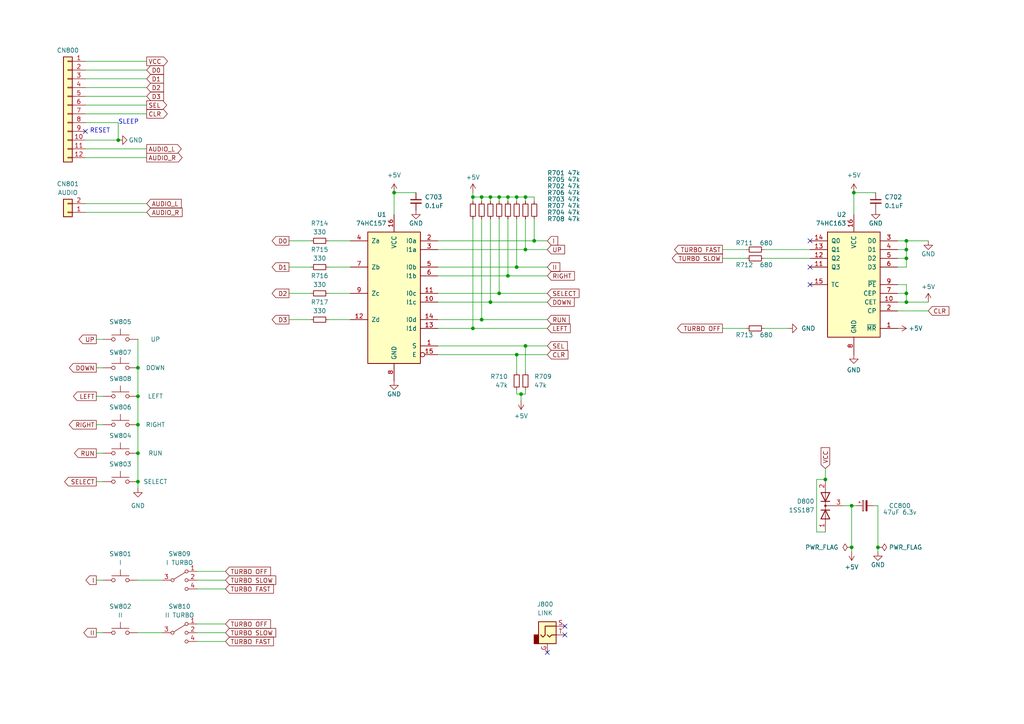
<source format=kicad_sch>
(kicad_sch (version 20230121) (generator eeschema)
  (paper "A4")
  (title_block (title "PC Engine GT Controller PCB (Remaster)") (date "2023-12-31") (rev "BF1.1") (company "The Board Folk Team"))
  (lib_symbols
    (symbol "74xx:74LS157" (pin_names (offset 1.016))
      (property "Reference" "U" (at -7.62 19.05 0))
      (property "Value" "74LS157" (at -7.62 -21.59 0))
      (symbol "74LS157_1_0"
        (pin input line (at -12.7 -15.24 0) (length 5.08) (name "S") (number "1"))
        (pin input line (at -12.7 -2.54 0) (length 5.08) (name "I1c") (number "10"))
        (pin input line (at -12.7 0 0) (length 5.08) (name "I0c") (number "11"))
        (pin output line (at 12.7 -7.62 180) (length 5.08) (name "Zd") (number "12"))
        (pin input line (at -12.7 -10.16 0) (length 5.08) (name "I1d") (number "13"))
        (pin input line (at -12.7 -7.62 0) (length 5.08) (name "I0d") (number "14"))
        (pin input inverted (at -12.7 -17.78 0) (length 5.08) (name "E") (number "15"))
        (pin power_in line (at 0 22.86 270) (length 5.08) (name "VCC") (number "16"))
        (pin input line (at -12.7 15.24 0) (length 5.08) (name "I0a") (number "2"))
        (pin input line (at -12.7 12.7 0) (length 5.08) (name "I1a") (number "3"))
        (pin output line (at 12.7 15.24 180) (length 5.08) (name "Za") (number "4"))
        (pin input line (at -12.7 7.62 0) (length 5.08) (name "I0b") (number "5"))
        (pin input line (at -12.7 5.08 0) (length 5.08) (name "I1b") (number "6"))
        (pin output line (at 12.7 7.62 180) (length 5.08) (name "Zb") (number "7"))
        (pin power_in line (at 0 -25.4 90) (length 5.08) (name "GND") (number "8"))
        (pin output line (at 12.7 0 180) (length 5.08) (name "Zc") (number "9"))
      )
      (symbol "74LS157_1_1"
        (rectangle (start -7.62 17.78) (end 7.62 -20.32) (stroke (width 0.254)) (fill (type background)))
      )
    )
    (symbol "74xx:74LS163" (pin_names (offset 1.016))
      (property "Reference" "U" (at -7.62 16.51 0))
      (property "Value" "74LS163" (at -7.62 -16.51 0))
      (symbol "74LS163_1_0"
        (pin input line (at -12.7 -12.7 0) (length 5.08) (name "~{MR}") (number "1"))
        (pin input line (at -12.7 -5.08 0) (length 5.08) (name "CET") (number "10"))
        (pin output line (at 12.7 5.08 180) (length 5.08) (name "Q3") (number "11"))
        (pin output line (at 12.7 7.62 180) (length 5.08) (name "Q2") (number "12"))
        (pin output line (at 12.7 10.16 180) (length 5.08) (name "Q1") (number "13"))
        (pin output line (at 12.7 12.7 180) (length 5.08) (name "Q0") (number "14"))
        (pin output line (at 12.7 0 180) (length 5.08) (name "TC") (number "15"))
        (pin power_in line (at 0 20.32 270) (length 5.08) (name "VCC") (number "16"))
        (pin input line (at -12.7 -7.62 0) (length 5.08) (name "CP") (number "2"))
        (pin input line (at -12.7 12.7 0) (length 5.08) (name "D0") (number "3"))
        (pin input line (at -12.7 10.16 0) (length 5.08) (name "D1") (number "4"))
        (pin input line (at -12.7 7.62 0) (length 5.08) (name "D2") (number "5"))
        (pin input line (at -12.7 5.08 0) (length 5.08) (name "D3") (number "6"))
        (pin input line (at -12.7 -2.54 0) (length 5.08) (name "CEP") (number "7"))
        (pin power_in line (at 0 -20.32 90) (length 5.08) (name "GND") (number "8"))
        (pin input line (at -12.7 0 0) (length 5.08) (name "~{PE}") (number "9"))
      )
      (symbol "74LS163_1_1"
        (rectangle (start -7.62 15.24) (end 7.62 -15.24) (stroke (width 0.254)) (fill (type background)))
      )
    )
    (symbol "Connector_Audio:AudioJack2_Ground"
      (property "Reference" "J" (at 0 8.89 0))
      (property "Value" "AudioJack2_Ground" (at 0 6.35 0))
      (symbol "AudioJack2_Ground_0_1"
        (rectangle (start -2.54 -2.54) (end -3.81 0) (stroke (width 0.254)) (fill (type outline)))
        (polyline (pts (xy 0 0) (xy 0.635 -0.635) (xy 1.27 0) (xy 2.54 0)) (stroke (width 0.254)))
        (polyline (pts (xy 2.54 2.54) (xy -0.635 2.54) (xy -0.635 0) (xy -1.27 -0.635) (xy -1.905 0)) (stroke (width 0.254)))
        (rectangle (start 2.54 3.81) (end -2.54 -2.54) (stroke (width 0.254)) (fill (type background)))
      )
      (symbol "AudioJack2_Ground_1_1"
        (pin passive line (at 0 -5.08 90) (length 2.54) (name "~") (number "G"))
        (pin passive line (at 5.08 2.54 180) (length 2.54) (name "~") (number "S"))
        (pin passive line (at 5.08 0 180) (length 2.54) (name "~") (number "T"))
      )
    )
    (symbol "Connector_Generic:Conn_01x02" (pin_names (offset 1.016) hide)
      (property "Reference" "J" (at 0 2.54 0))
      (property "Value" "Conn_01x02" (at 0 -5.08 0))
      (symbol "Conn_01x02_1_1"
        (rectangle (start -1.27 -2.413) (end 0 -2.667) (stroke (width 0.1524)))
        (rectangle (start -1.27 0.127) (end 0 -0.127) (stroke (width 0.1524)))
        (rectangle (start -1.27 1.27) (end 1.27 -3.81) (stroke (width 0.254)) (fill (type background)))
        (pin passive line (at -5.08 0 0) (length 3.81) (name "Pin_1") (number "1"))
        (pin passive line (at -5.08 -2.54 0) (length 3.81) (name "Pin_2") (number "2"))
      )
    )
    (symbol "Connector_Generic:Conn_01x12" (pin_names (offset 1.016) hide)
      (property "Reference" "J" (at 0 15.24 0))
      (property "Value" "Conn_01x12" (at 0 -17.78 0))
      (symbol "Conn_01x12_1_1"
        (rectangle (start -1.27 -15.113) (end 0 -15.367) (stroke (width 0.1524)))
        (rectangle (start -1.27 -12.573) (end 0 -12.827) (stroke (width 0.1524)))
        (rectangle (start -1.27 -10.033) (end 0 -10.287) (stroke (width 0.1524)))
        (rectangle (start -1.27 -7.493) (end 0 -7.747) (stroke (width 0.1524)))
        (rectangle (start -1.27 -4.953) (end 0 -5.207) (stroke (width 0.1524)))
        (rectangle (start -1.27 -2.413) (end 0 -2.667) (stroke (width 0.1524)))
        (rectangle (start -1.27 0.127) (end 0 -0.127) (stroke (width 0.1524)))
        (rectangle (start -1.27 2.667) (end 0 2.413) (stroke (width 0.1524)))
        (rectangle (start -1.27 5.207) (end 0 4.953) (stroke (width 0.1524)))
        (rectangle (start -1.27 7.747) (end 0 7.493) (stroke (width 0.1524)))
        (rectangle (start -1.27 10.287) (end 0 10.033) (stroke (width 0.1524)))
        (rectangle (start -1.27 12.827) (end 0 12.573) (stroke (width 0.1524)))
        (rectangle (start -1.27 13.97) (end 1.27 -16.51) (stroke (width 0.254)) (fill (type background)))
        (pin passive line (at -5.08 12.7 0) (length 3.81) (name "Pin_1") (number "1"))
        (pin passive line (at -5.08 -10.16 0) (length 3.81) (name "Pin_10") (number "10"))
        (pin passive line (at -5.08 -12.7 0) (length 3.81) (name "Pin_11") (number "11"))
        (pin passive line (at -5.08 -15.24 0) (length 3.81) (name "Pin_12") (number "12"))
        (pin passive line (at -5.08 10.16 0) (length 3.81) (name "Pin_2") (number "2"))
        (pin passive line (at -5.08 7.62 0) (length 3.81) (name "Pin_3") (number "3"))
        (pin passive line (at -5.08 5.08 0) (length 3.81) (name "Pin_4") (number "4"))
        (pin passive line (at -5.08 2.54 0) (length 3.81) (name "Pin_5") (number "5"))
        (pin passive line (at -5.08 0 0) (length 3.81) (name "Pin_6") (number "6"))
        (pin passive line (at -5.08 -2.54 0) (length 3.81) (name "Pin_7") (number "7"))
        (pin passive line (at -5.08 -5.08 0) (length 3.81) (name "Pin_8") (number "8"))
        (pin passive line (at -5.08 -7.62 0) (length 3.81) (name "Pin_9") (number "9"))
      )
    )
    (symbol "Device:C_Polarized_Small" (pin_numbers hide) (pin_names (offset 0.254) hide)
      (property "Reference" "C" (at 0.254 1.778 0))
      (property "Value" "C_Polarized_Small" (at 0.254 -2.032 0))
      (symbol "C_Polarized_Small_0_1"
        (rectangle (start -1.524 -0.3048) (end 1.524 -0.6858) (fill (type outline)))
        (rectangle (start -1.524 0.6858) (end 1.524 0.3048))
        (polyline (pts (xy -1.27 1.524) (xy -0.762 1.524)))
        (polyline (pts (xy -1.016 1.27) (xy -1.016 1.778)))
      )
      (symbol "C_Polarized_Small_1_1"
        (pin passive line (at 0 2.54 270) (length 1.8542) (name "~") (number "1"))
        (pin passive line (at 0 -2.54 90) (length 1.8542) (name "~") (number "2"))
      )
    )
    (symbol "Device:C_Small" (pin_numbers hide) (pin_names (offset 0.254) hide)
      (property "Reference" "C" (at 0.254 1.778 0))
      (property "Value" "C_Small" (at 0.254 -2.032 0))
      (symbol "C_Small_0_1"
        (polyline (pts (xy -1.524 -0.508) (xy 1.524 -0.508)) (stroke (width 0.3302)))
        (polyline (pts (xy -1.524 0.508) (xy 1.524 0.508)) (stroke (width 0.3048)))
      )
      (symbol "C_Small_1_1"
        (pin passive line (at 0 2.54 270) (length 2.032) (name "~") (number "1"))
        (pin passive line (at 0 -2.54 90) (length 2.032) (name "~") (number "2"))
      )
    )
    (symbol "Device:R_Small" (pin_numbers hide) (pin_names (offset 0.254) hide)
      (property "Reference" "R" (at 0.762 0.508 0))
      (property "Value" "R_Small" (at 0.762 -1.016 0))
      (symbol "R_Small_0_1"
        (rectangle (start -0.762 1.778) (end 0.762 -1.778) (stroke (width 0.2032)))
      )
      (symbol "R_Small_1_1"
        (pin passive line (at 0 2.54 270) (length 0.762) (name "~") (number "1"))
        (pin passive line (at 0 -2.54 90) (length 0.762) (name "~") (number "2"))
      )
    )
    (symbol "Diode:BAV70" (pin_names hide)
      (property "Reference" "D" (at 0.635 -2.54 0))
      (property "Value" "BAV70" (at 0 2.54 0))
      (symbol "BAV70_0_1"
        (polyline (pts (xy -3.81 0) (xy 3.81 0)))
        (polyline (pts (xy 0 0) (xy 0 -2.54)))
        (polyline (pts (xy -1.27 -1.27) (xy -1.27 1.27) (xy -1.27 1.27)) (stroke (width 0.254)))
        (polyline (pts (xy 1.27 -1.27) (xy 1.27 1.27) (xy 1.27 1.27)) (stroke (width 0.254)))
        (polyline (pts (xy -3.81 1.27) (xy -1.27 0) (xy -3.81 -1.27) (xy -3.81 1.27) (xy -3.81 1.27) (xy -3.81 1.27)) (stroke (width 0.254)))
        (polyline (pts (xy 3.81 -1.27) (xy 1.27 0) (xy 3.81 1.27) (xy 3.81 -1.27) (xy 3.81 -1.27) (xy 3.81 -1.27)) (stroke (width 0.254)))
        (circle (center 0 0) (radius 0.254) (fill (type outline)))
        (pin passive line (at -7.62 0 0) (length 3.81) (name "A") (number "1"))
        (pin passive line (at 7.62 0 180) (length 3.81) (name "A") (number "2"))
        (pin passive line (at 0 -5.08 90) (length 2.54) (name "K") (number "3"))
      )
    )
    (symbol "Switch:SW_Push" (pin_numbers hide) (pin_names (offset 1.016) hide)
      (property "Reference" "SW" (at 1.27 2.54 0))
      (property "Value" "SW_Push" (at 0 -1.524 0))
      (symbol "SW_Push_0_1"
        (circle (center -2.032 0) (radius 0.508))
        (polyline (pts (xy 0 1.27) (xy 0 3.048)))
        (polyline (pts (xy 2.54 1.27) (xy -2.54 1.27)))
        (circle (center 2.032 0) (radius 0.508))
        (pin passive line (at -5.08 0 0) (length 2.54) (name "1") (number "1"))
        (pin passive line (at 5.08 0 180) (length 2.54) (name "2") (number "2"))
      )
    )
    (symbol "Switch:SW_SP3T" (pin_names (offset 0) hide)
      (property "Reference" "SW" (at 0 5.08 0))
      (property "Value" "SW_SP3T" (at 0 -5.08 0))
      (symbol "SW_SP3T_0_1"
        (circle (center -2.032 0) (radius 0.4572))
        (polyline (pts (xy -1.651 0.254) (xy 1.651 2.286)))
        (circle (center 2.032 -2.54) (radius 0.4572))
        (circle (center 2.032 0) (radius 0.4572))
        (circle (center 2.032 2.54) (radius 0.4572))
      )
      (symbol "SW_SP3T_1_1"
        (pin passive line (at 5.08 2.54 180) (length 2.54) (name "1") (number "1"))
        (pin passive line (at 5.08 0 180) (length 2.54) (name "2") (number "2"))
        (pin passive line (at -5.08 0 0) (length 2.54) (name "3") (number "3"))
        (pin passive line (at 5.08 -2.54 180) (length 2.54) (name "4") (number "4"))
      )
    )
    (symbol "power:+5V" (power) (pin_names (offset 0))
      (property "Value" "+5V" (at 0 3.556 0))
      (symbol "+5V_0_1"
        (polyline (pts (xy -0.762 1.27) (xy 0 2.54)))
        (polyline (pts (xy 0 0) (xy 0 2.54)))
        (polyline (pts (xy 0 2.54) (xy 0.762 1.27)))
      )
      (symbol "+5V_1_1"
        (pin power_in line (at 0 0 90) (length 0) hide (name "+5V") (number "1"))
      )
    )
    (symbol "power:GND" (power) (pin_names (offset 0))
      (property "Value" "GND" (at 0 -3.81 0))
      (symbol "GND_0_1"
        (polyline (pts (xy 0 0) (xy 0 -1.27) (xy 1.27 -1.27) (xy 0 -2.54) (xy -1.27 -1.27) (xy 0 -1.27)))
      )
      (symbol "GND_1_1"
        (pin power_in line (at 0 0 270) (length 0) hide (name "GND") (number "1"))
      )
    )
    (symbol "power:PWR_FLAG" (power) (pin_numbers hide) (pin_names (offset 0) hide)
      (property "Value" "PWR_FLAG" (at 0 3.81 0))
      (symbol "PWR_FLAG_0_0"
        (pin power_out line (at 0 0 90) (length 0) (name "pwr") (number "1"))
      )
      (symbol "PWR_FLAG_0_1"
        (polyline (pts (xy 0 0) (xy 0 1.27) (xy -1.016 1.905) (xy 0 2.54) (xy 1.016 1.905) (xy 0 1.27)))
      )
    )
  )
  (junction (at 142.24 57.15))
  (junction (at 262.89 85.09))
  (junction (at 152.4 72.39))
  (junction (at 34.29 40.64))
  (junction (at 254.635 158.75))
  (junction (at 262.89 72.39))
  (junction (at 40.005 139.7))
  (junction (at 149.86 102.87))
  (junction (at 149.86 57.15))
  (junction (at 147.32 57.15))
  (junction (at 262.89 69.85))
  (junction (at 154.94 69.85))
  (junction (at 152.4 100.33))
  (junction (at 40.005 106.68))
  (junction (at 139.7 92.71))
  (junction (at 139.7 57.15))
  (junction (at 239.395 139.065))
  (junction (at 40.005 123.19))
  (junction (at 137.16 95.25))
  (junction (at 247.015 158.75))
  (junction (at 40.005 114.935))
  (junction (at 149.86 77.47))
  (junction (at 114.3 55.88))
  (junction (at 144.78 85.09))
  (junction (at 40.005 131.445))
  (junction (at 137.16 57.15))
  (junction (at 151.13 114.3))
  (junction (at 247.015 146.685))
  (junction (at 144.78 57.15))
  (junction (at 147.32 80.01))
  (junction (at 262.89 87.63))
  (junction (at 142.24 87.63))
  (junction (at 152.4 57.15))
  (junction (at 247.65 55.88))
  (junction (at 262.89 74.93))
  (no_connect (at 24.765 38.1))
  (no_connect (at 163.83 181.61))
  (no_connect (at 234.95 82.55))
  (no_connect (at 163.83 184.15))
  (no_connect (at 158.75 189.23))
  (no_connect (at 234.95 69.85))
  (no_connect (at 234.95 77.47))
  (wire (pts (xy 151.13 116.205) (xy 151.13 114.3)))
  (wire (pts (xy 152.4 57.15) (xy 154.94 57.15)))
  (wire (pts (xy 247.015 146.685) (xy 247.015 158.75)))
  (wire (pts (xy 40.005 106.68) (xy 40.005 114.935)))
  (wire (pts (xy 24.765 61.595) (xy 42.545 61.595)))
  (wire (pts (xy 95.25 77.47) (xy 101.6 77.47)))
  (wire (pts (xy 27.94 106.68) (xy 29.845 106.68)))
  (wire (pts (xy 65.405 183.515) (xy 57.15 183.515)))
  (wire (pts (xy 34.29 35.56) (xy 34.29 40.64)))
  (wire (pts (xy 27.94 139.7) (xy 29.845 139.7)))
  (wire (pts (xy 95.25 69.85) (xy 101.6 69.85)))
  (wire (pts (xy 154.94 69.85) (xy 158.75 69.85)))
  (wire (pts (xy 262.89 87.63) (xy 260.35 87.63)))
  (wire (pts (xy 40.005 168.275) (xy 46.99 168.275)))
  (wire (pts (xy 239.395 139.065) (xy 236.855 139.065)))
  (wire (pts (xy 262.89 77.47) (xy 262.89 74.93)))
  (wire (pts (xy 127 92.71) (xy 139.7 92.71)))
  (wire (pts (xy 248.285 146.685) (xy 247.015 146.685)))
  (wire (pts (xy 262.89 74.93) (xy 260.35 74.93)))
  (wire (pts (xy 142.24 63.5) (xy 142.24 87.63)))
  (wire (pts (xy 40.005 98.425) (xy 40.005 106.68)))
  (wire (pts (xy 152.4 63.5) (xy 152.4 72.39)))
  (wire (pts (xy 127 72.39) (xy 152.4 72.39)))
  (wire (pts (xy 139.7 57.15) (xy 142.24 57.15)))
  (wire (pts (xy 24.765 43.18) (xy 42.545 43.18)))
  (wire (pts (xy 239.395 135.89) (xy 239.395 139.065)))
  (wire (pts (xy 65.405 186.055) (xy 57.15 186.055)))
  (wire (pts (xy 260.35 69.85) (xy 262.89 69.85)))
  (wire (pts (xy 27.94 183.515) (xy 29.845 183.515)))
  (wire (pts (xy 247.65 55.88) (xy 254 55.88)))
  (wire (pts (xy 262.89 72.39) (xy 262.89 74.93)))
  (wire (pts (xy 65.405 168.275) (xy 57.15 168.275)))
  (wire (pts (xy 24.765 20.32) (xy 42.545 20.32)))
  (wire (pts (xy 260.35 85.09) (xy 262.89 85.09)))
  (wire (pts (xy 260.35 72.39) (xy 262.89 72.39)))
  (wire (pts (xy 24.765 22.86) (xy 42.545 22.86)))
  (wire (pts (xy 260.35 90.17) (xy 269.24 90.17)))
  (wire (pts (xy 40.005 114.935) (xy 40.005 123.19)))
  (wire (pts (xy 27.94 98.425) (xy 29.845 98.425)))
  (wire (pts (xy 151.13 114.3) (xy 152.4 114.3)))
  (wire (pts (xy 127 69.85) (xy 154.94 69.85)))
  (wire (pts (xy 24.765 35.56) (xy 34.29 35.56)))
  (wire (pts (xy 65.405 180.975) (xy 57.15 180.975)))
  (wire (pts (xy 127 100.33) (xy 152.4 100.33)))
  (wire (pts (xy 147.32 57.15) (xy 149.86 57.15)))
  (wire (pts (xy 127 77.47) (xy 149.86 77.47)))
  (wire (pts (xy 27.94 168.275) (xy 29.845 168.275)))
  (wire (pts (xy 24.765 59.055) (xy 42.545 59.055)))
  (wire (pts (xy 137.16 63.5) (xy 137.16 95.25)))
  (wire (pts (xy 114.3 55.88) (xy 120.65 55.88)))
  (wire (pts (xy 247.65 55.88) (xy 247.65 62.23)))
  (wire (pts (xy 147.32 80.01) (xy 158.75 80.01)))
  (wire (pts (xy 137.16 57.15) (xy 139.7 57.15)))
  (wire (pts (xy 144.78 63.5) (xy 144.78 85.09)))
  (wire (pts (xy 262.89 85.09) (xy 262.89 87.63)))
  (wire (pts (xy 142.24 87.63) (xy 158.75 87.63)))
  (wire (pts (xy 40.005 183.515) (xy 46.99 183.515)))
  (wire (pts (xy 137.16 57.15) (xy 137.16 58.42)))
  (wire (pts (xy 149.86 57.15) (xy 149.86 58.42)))
  (wire (pts (xy 221.615 74.93) (xy 234.95 74.93)))
  (wire (pts (xy 228.6 95.25) (xy 221.615 95.25)))
  (wire (pts (xy 152.4 72.39) (xy 158.75 72.39)))
  (wire (pts (xy 149.86 113.03) (xy 149.86 114.3)))
  (wire (pts (xy 139.7 92.71) (xy 158.75 92.71)))
  (wire (pts (xy 83.82 85.09) (xy 90.17 85.09)))
  (wire (pts (xy 144.78 85.09) (xy 158.75 85.09)))
  (wire (pts (xy 254.635 158.75) (xy 254.635 160.02)))
  (wire (pts (xy 95.25 85.09) (xy 101.6 85.09)))
  (wire (pts (xy 254.635 146.685) (xy 254.635 158.75)))
  (wire (pts (xy 137.16 55.88) (xy 137.16 57.15)))
  (wire (pts (xy 236.855 154.305) (xy 239.395 154.305)))
  (wire (pts (xy 127 80.01) (xy 147.32 80.01)))
  (wire (pts (xy 83.82 92.71) (xy 90.17 92.71)))
  (wire (pts (xy 24.765 30.48) (xy 42.545 30.48)))
  (wire (pts (xy 24.765 45.72) (xy 42.545 45.72)))
  (wire (pts (xy 24.765 17.78) (xy 42.545 17.78)))
  (wire (pts (xy 65.405 165.735) (xy 57.15 165.735)))
  (wire (pts (xy 247.015 160.02) (xy 247.015 158.75)))
  (wire (pts (xy 27.94 123.19) (xy 29.845 123.19)))
  (wire (pts (xy 149.86 57.15) (xy 152.4 57.15)))
  (wire (pts (xy 221.615 72.39) (xy 234.95 72.39)))
  (wire (pts (xy 83.82 77.47) (xy 90.17 77.47)))
  (wire (pts (xy 147.32 57.15) (xy 147.32 58.42)))
  (wire (pts (xy 152.4 57.15) (xy 152.4 58.42)))
  (wire (pts (xy 127 95.25) (xy 137.16 95.25)))
  (wire (pts (xy 144.78 57.15) (xy 144.78 58.42)))
  (wire (pts (xy 262.89 82.55) (xy 262.89 85.09)))
  (wire (pts (xy 262.89 69.85) (xy 262.89 72.39)))
  (wire (pts (xy 127 85.09) (xy 144.78 85.09)))
  (wire (pts (xy 152.4 100.33) (xy 158.75 100.33)))
  (wire (pts (xy 260.35 77.47) (xy 262.89 77.47)))
  (wire (pts (xy 95.25 92.71) (xy 101.6 92.71)))
  (wire (pts (xy 139.7 63.5) (xy 139.7 92.71)))
  (wire (pts (xy 149.86 102.87) (xy 149.86 107.95)))
  (wire (pts (xy 137.16 95.25) (xy 158.75 95.25)))
  (wire (pts (xy 142.24 57.15) (xy 144.78 57.15)))
  (wire (pts (xy 142.24 57.15) (xy 142.24 58.42)))
  (wire (pts (xy 152.4 114.3) (xy 152.4 113.03)))
  (wire (pts (xy 149.86 77.47) (xy 158.75 77.47)))
  (wire (pts (xy 24.765 33.02) (xy 42.545 33.02)))
  (wire (pts (xy 144.78 57.15) (xy 147.32 57.15)))
  (wire (pts (xy 244.475 146.685) (xy 247.015 146.685)))
  (wire (pts (xy 149.86 102.87) (xy 158.75 102.87)))
  (wire (pts (xy 27.94 131.445) (xy 29.845 131.445)))
  (wire (pts (xy 24.765 40.64) (xy 34.29 40.64)))
  (wire (pts (xy 209.55 95.25) (xy 216.535 95.25)))
  (wire (pts (xy 209.55 74.93) (xy 216.535 74.93)))
  (wire (pts (xy 262.89 87.63) (xy 269.24 87.63)))
  (wire (pts (xy 154.94 58.42) (xy 154.94 57.15)))
  (wire (pts (xy 40.005 131.445) (xy 40.005 139.7)))
  (wire (pts (xy 149.86 63.5) (xy 149.86 77.47)))
  (wire (pts (xy 147.32 63.5) (xy 147.32 80.01)))
  (wire (pts (xy 139.7 57.15) (xy 139.7 58.42)))
  (wire (pts (xy 24.765 27.94) (xy 42.545 27.94)))
  (wire (pts (xy 236.855 139.065) (xy 236.855 154.305)))
  (wire (pts (xy 114.3 55.88) (xy 114.3 62.23)))
  (wire (pts (xy 149.86 114.3) (xy 151.13 114.3)))
  (wire (pts (xy 127 87.63) (xy 142.24 87.63)))
  (wire (pts (xy 152.4 100.33) (xy 152.4 107.95)))
  (wire (pts (xy 27.94 114.935) (xy 29.845 114.935)))
  (wire (pts (xy 209.55 72.39) (xy 216.535 72.39)))
  (wire (pts (xy 83.82 69.85) (xy 90.17 69.85)))
  (wire (pts (xy 127 102.87) (xy 149.86 102.87)))
  (wire (pts (xy 254.635 146.685) (xy 253.365 146.685)))
  (wire (pts (xy 40.005 123.19) (xy 40.005 131.445)))
  (wire (pts (xy 24.765 25.4) (xy 42.545 25.4)))
  (wire (pts (xy 154.94 63.5) (xy 154.94 69.85)))
  (wire (pts (xy 65.405 170.815) (xy 57.15 170.815)))
  (wire (pts (xy 260.35 82.55) (xy 262.89 82.55)))
  (wire (pts (xy 262.89 69.85) (xy 269.24 69.85)))
  (wire (pts (xy 40.005 141.605) (xy 40.005 139.7)))
  (text "RESET" (at 26.035 38.735 0) (effects (font (size 1.27 1.27)) (justify left bottom)))
  (text "SLEEP" (at 34.29 36.195 0) (effects (font (size 1.27 1.27)) (justify left bottom)))
  (global_label "CLR" (shape input) (at 158.75 102.87 0) (property "Intersheetrefs" "${INTERSHEET_REFS}" (effects hide)))
  (global_label "UP" (shape input) (at 158.75 72.39 0) (property "Intersheetrefs" "${INTERSHEET_REFS}" (effects hide)))
  (global_label "LEFT" (shape output) (at 27.94 114.935 180) (property "Intersheetrefs" "${INTERSHEET_REFS}" (effects hide)))
  (global_label "D3" (shape input) (at 42.545 27.94 0) (property "Intersheetrefs" "${INTERSHEET_REFS}" (effects hide)))
  (global_label "CLR" (shape input) (at 269.24 90.17 0) (property "Intersheetrefs" "${INTERSHEET_REFS}" (effects hide)))
  (global_label "VCC" (shape output) (at 42.545 17.78 0) (property "Intersheetrefs" "${INTERSHEET_REFS}" (effects hide)))
  (global_label "D1" (shape input) (at 42.545 22.86 0) (property "Intersheetrefs" "${INTERSHEET_REFS}" (effects hide)))
  (global_label "D0" (shape output) (at 83.82 69.85 180) (property "Intersheetrefs" "${INTERSHEET_REFS}" (effects hide)))
  (global_label "RIGHT" (shape output) (at 27.94 123.19 180) (property "Intersheetrefs" "${INTERSHEET_REFS}" (effects hide)))
  (global_label "SELECT" (shape input) (at 158.75 85.09 0) (property "Intersheetrefs" "${INTERSHEET_REFS}" (effects hide)))
  (global_label "D3" (shape output) (at 83.82 92.71 180) (property "Intersheetrefs" "${INTERSHEET_REFS}" (effects hide)))
  (global_label "TURBO SLOW" (shape input) (at 65.405 168.275 0) (property "Intersheetrefs" "${INTERSHEET_REFS}" (effects hide)))
  (global_label "AUDIO_R" (shape output) (at 42.545 45.72 0) (property "Intersheetrefs" "${INTERSHEET_REFS}" (effects hide)))
  (global_label "I" (shape input) (at 158.75 69.85 0) (property "Intersheetrefs" "${INTERSHEET_REFS}" (effects hide)))
  (global_label "SELECT" (shape output) (at 27.94 139.7 180) (property "Intersheetrefs" "${INTERSHEET_REFS}" (effects hide)))
  (global_label "RUN" (shape output) (at 27.94 131.445 180) (property "Intersheetrefs" "${INTERSHEET_REFS}" (effects hide)))
  (global_label "SEL" (shape output) (at 42.545 30.48 0) (property "Intersheetrefs" "${INTERSHEET_REFS}" (effects hide)))
  (global_label "SEL" (shape input) (at 158.75 100.33 0) (property "Intersheetrefs" "${INTERSHEET_REFS}" (effects hide)))
  (global_label "AUDIO_R" (shape input) (at 42.545 61.595 0) (property "Intersheetrefs" "${INTERSHEET_REFS}" (effects hide)))
  (global_label "RUN" (shape input) (at 158.75 92.71 0) (property "Intersheetrefs" "${INTERSHEET_REFS}" (effects hide)))
  (global_label "TURBO OFF" (shape output) (at 209.55 95.25 180) (property "Intersheetrefs" "${INTERSHEET_REFS}" (effects hide)))
  (global_label "II" (shape input) (at 158.75 77.47 0) (property "Intersheetrefs" "${INTERSHEET_REFS}" (effects hide)))
  (global_label "LEFT" (shape input) (at 158.75 95.25 0) (property "Intersheetrefs" "${INTERSHEET_REFS}" (effects hide)))
  (global_label "TURBO SLOW" (shape input) (at 65.405 183.515 0) (property "Intersheetrefs" "${INTERSHEET_REFS}" (effects hide)))
  (global_label "D0" (shape input) (at 42.545 20.32 0) (property "Intersheetrefs" "${INTERSHEET_REFS}" (effects hide)))
  (global_label "UP" (shape output) (at 27.94 98.425 180) (property "Intersheetrefs" "${INTERSHEET_REFS}" (effects hide)))
  (global_label "TURBO FAST" (shape output) (at 209.55 72.39 180) (property "Intersheetrefs" "${INTERSHEET_REFS}" (effects hide)))
  (global_label "CLR" (shape output) (at 42.545 33.02 0) (property "Intersheetrefs" "${INTERSHEET_REFS}" (effects hide)))
  (global_label "TURBO FAST" (shape input) (at 65.405 186.055 0) (property "Intersheetrefs" "${INTERSHEET_REFS}" (effects hide)))
  (global_label "TURBO OFF" (shape input) (at 65.405 165.735 0) (property "Intersheetrefs" "${INTERSHEET_REFS}" (effects hide)))
  (global_label "II" (shape output) (at 27.94 183.515 180) (property "Intersheetrefs" "${INTERSHEET_REFS}" (effects hide)))
  (global_label "AUDIO_L" (shape input) (at 42.545 59.055 0) (property "Intersheetrefs" "${INTERSHEET_REFS}" (effects hide)))
  (global_label "TURBO FAST" (shape input) (at 65.405 170.815 0) (property "Intersheetrefs" "${INTERSHEET_REFS}" (effects hide)))
  (global_label "DOWN" (shape input) (at 158.75 87.63 0) (property "Intersheetrefs" "${INTERSHEET_REFS}" (effects hide)))
  (global_label "VCC" (shape input) (at 239.395 135.89 90) (property "Intersheetrefs" "${INTERSHEET_REFS}" (effects hide)))
  (global_label "DOWN" (shape output) (at 27.94 106.68 180) (property "Intersheetrefs" "${INTERSHEET_REFS}" (effects hide)))
  (global_label "TURBO SLOW" (shape output) (at 209.55 74.93 180) (property "Intersheetrefs" "${INTERSHEET_REFS}" (effects hide)))
  (global_label "TURBO OFF" (shape input) (at 65.405 180.975 0) (property "Intersheetrefs" "${INTERSHEET_REFS}" (effects hide)))
  (global_label "D1" (shape output) (at 83.82 77.47 180) (property "Intersheetrefs" "${INTERSHEET_REFS}" (effects hide)))
  (global_label "I" (shape output) (at 27.94 168.275 180) (property "Intersheetrefs" "${INTERSHEET_REFS}" (effects hide)))
  (global_label "RIGHT" (shape input) (at 158.75 80.01 0) (property "Intersheetrefs" "${INTERSHEET_REFS}" (effects hide)))
  (global_label "D2" (shape input) (at 42.545 25.4 0) (property "Intersheetrefs" "${INTERSHEET_REFS}" (effects hide)))
  (global_label "D2" (shape output) (at 83.82 85.09 180) (property "Intersheetrefs" "${INTERSHEET_REFS}" (effects hide)))
  (global_label "AUDIO_L" (shape output) (at 42.545 43.18 0) (property "Intersheetrefs" "${INTERSHEET_REFS}" (effects hide)))
  (symbol (lib_id "Switch:SW_Push") (at 34.925 106.68 0) (unit 1)
    (property "Reference" "SW807" (at 34.925 102.235 0))
    (property "Value" "DOWN" (at 45.085 106.68 0))
    (property "Footprint" "GT Controller:Switch Type 4" (effects hide))
  )
  (symbol (lib_id "74xx:74LS163") (at 247.65 82.55 0) (mirror y) (unit 1)
    (property "Reference" "U2" (at 245.4559 62.23 0) (effects (justify left)))
    (property "Value" "74HC163" (at 245.4559 64.77 0) (effects (justify left)))
    (property "Footprint" "Package_SO:SOIC-16_3.9x9.9mm_P1.27mm" (effects hide))
    (property "Datasheet" "http://www.ti.com/lit/gpn/sn74LS163" (effects hide))
  )
  (symbol (lib_id "Switch:SW_SP3T") (at 52.07 183.515 0) (unit 1)
    (property "Reference" "SW810" (at 52.07 175.895 0))
    (property "Value" "II TURBO" (at 52.07 178.435 0))
    (property "Footprint" "GT Controller:Turbo Switch" (effects hide))
  )
  (symbol (lib_id "power:PWR_FLAG") (at 247.015 158.75 90) (unit 1)
    (property "Reference" "#FLG01" (effects hide))
    (property "Value" "PWR_FLAG" (at 243.205 158.75 90) (effects (justify left)))
  )
  (symbol (lib_id "Connector_Generic:Conn_01x12") (at 19.685 30.48 0) (mirror y) (unit 1)
    (property "Reference" "CN800" (at 19.685 14.605 0))
    (property "Value" "Conn_01x12" (effects hide))
    (property "Footprint" "GT Controller:CN800" (effects hide))
  )
  (symbol (lib_id "Device:R_Small") (at 219.075 95.25 90) (mirror x) (unit 1)
    (property "Reference" "R713" (at 215.9 97.155 90))
    (property "Value" "680" (at 222.25 97.155 90))
    (property "Footprint" "Resistor_SMD:R_0805_2012Metric" (effects hide))
  )
  (symbol (lib_id "power:GND") (at 269.24 69.85 0) (unit 1)
    (property "Reference" "#PWR012" (effects hide))
    (property "Value" "GND" (at 269.24 73.66 0))
  )
  (symbol (lib_id "Switch:SW_Push") (at 34.925 114.935 0) (unit 1)
    (property "Reference" "SW808" (at 34.925 109.855 0))
    (property "Value" "LEFT" (at 45.085 114.935 0))
    (property "Footprint" "GT Controller:Switch Type 5" (effects hide))
  )
  (symbol (lib_id "Device:R_Small") (at 92.71 85.09 90) (unit 1)
    (property "Reference" "R716" (at 92.71 80.01 90))
    (property "Value" "330" (at 92.71 82.55 90))
    (property "Footprint" "Resistor_SMD:R_0805_2012Metric" (effects hide))
  )
  (symbol (lib_id "Device:R_Small") (at 139.7 60.96 0) (mirror x) (unit 1)
    (property "Reference" "R704" (at 163.83 61.595 0) (effects (justify right)))
    (property "Value" "47k" (at 168.275 61.595 0) (effects (justify right)))
    (property "Footprint" "Resistor_SMD:R_0805_2012Metric" (effects hide))
  )
  (symbol (lib_id "Device:R_Small") (at 92.71 69.85 90) (unit 1)
    (property "Reference" "R714" (at 92.71 64.77 90))
    (property "Value" "330" (at 92.71 67.31 90))
    (property "Footprint" "Resistor_SMD:R_0805_2012Metric" (effects hide))
  )
  (symbol (lib_id "power:+5V") (at 269.24 87.63 0) (unit 1)
    (property "Reference" "#PWR016" (effects hide))
    (property "Value" "+5V" (at 269.24 83.185 0))
  )
  (symbol (lib_id "power:GND") (at 34.29 40.64 90) (unit 1)
    (property "Reference" "#PWR01" (effects hide))
    (property "Value" "GND" (at 39.37 40.64 90))
  )
  (symbol (lib_id "Switch:SW_Push") (at 34.925 131.445 0) (unit 1)
    (property "Reference" "SW804" (at 34.925 126.365 0))
    (property "Value" "RUN" (at 45.085 131.445 0))
    (property "Footprint" "GT Controller:Switch Type 1" (effects hide))
  )
  (symbol (lib_id "Device:R_Small") (at 149.86 110.49 0) (mirror x) (unit 1)
    (property "Reference" "R710" (at 147.32 109.22 0) (effects (justify right)))
    (property "Value" "47k" (at 147.32 111.76 0) (effects (justify right)))
    (property "Footprint" "Resistor_SMD:R_0805_2012Metric" (effects hide))
  )
  (symbol (lib_id "Device:C_Small") (at 120.65 58.42 0) (unit 1)
    (property "Reference" "C703" (at 123.19 57.1563 0) (effects (justify left)))
    (property "Value" "0.1uF" (at 123.19 59.6963 0) (effects (justify left)))
    (property "Footprint" "Resistor_SMD:R_0805_2012Metric" (effects hide))
  )
  (symbol (lib_id "power:+5V") (at 247.015 160.02 180) (unit 1)
    (property "Reference" "#PWR04" (effects hide))
    (property "Value" "+5V" (at 247.015 164.465 0))
  )
  (symbol (lib_id "Device:R_Small") (at 144.78 60.96 0) (mirror x) (unit 1)
    (property "Reference" "R703" (at 163.83 57.785 0) (effects (justify right)))
    (property "Value" "47k" (at 168.275 57.785 0) (effects (justify right)))
    (property "Footprint" "Resistor_SMD:R_0805_2012Metric" (effects hide))
  )
  (symbol (lib_id "Device:R_Small") (at 92.71 92.71 90) (unit 1)
    (property "Reference" "R717" (at 92.71 87.63 90))
    (property "Value" "330" (at 92.71 90.17 90))
    (property "Footprint" "Resistor_SMD:R_0805_2012Metric" (effects hide))
  )
  (symbol (lib_id "power:GND") (at 114.3 110.49 0) (unit 1)
    (property "Reference" "#PWR010" (effects hide))
    (property "Value" "GND" (at 114.3 114.3 0))
  )
  (symbol (lib_id "power:GND") (at 40.005 141.605 0) (unit 1)
    (property "Reference" "#PWR02" (effects hide))
    (property "Value" "GND" (at 40.005 146.685 0))
  )
  (symbol (lib_id "power:+5V") (at 151.13 116.205 180) (unit 1)
    (property "Reference" "#PWR08" (effects hide))
    (property "Value" "+5V" (at 151.13 120.65 0))
  )
  (symbol (lib_id "Device:R_Small") (at 92.71 77.47 90) (unit 1)
    (property "Reference" "R715" (at 92.71 72.39 90))
    (property "Value" "330" (at 92.71 74.93 90))
    (property "Footprint" "Resistor_SMD:R_0805_2012Metric" (effects hide))
  )
  (symbol (lib_id "power:PWR_FLAG") (at 254.635 158.75 270) (unit 1)
    (property "Reference" "#FLG02" (effects hide))
    (property "Value" "PWR_FLAG" (at 257.81 158.75 90) (effects (justify left)))
  )
  (symbol (lib_id "Device:C_Small") (at 254 58.42 0) (unit 1)
    (property "Reference" "C702" (at 256.54 57.1563 0) (effects (justify left)))
    (property "Value" "0.1uF" (at 256.54 59.6963 0) (effects (justify left)))
    (property "Footprint" "Resistor_SMD:R_0805_2012Metric" (effects hide))
  )
  (symbol (lib_id "power:GND") (at 254.635 160.02 0) (unit 1)
    (property "Reference" "#PWR019" (effects hide))
    (property "Value" "GND" (at 254.635 163.83 0))
  )
  (symbol (lib_id "Switch:SW_Push") (at 34.925 183.515 0) (unit 1)
    (property "Reference" "SW802" (at 34.925 175.895 0))
    (property "Value" "II" (at 34.925 178.435 0))
    (property "Footprint" "GT Controller:Switch Type 2" (effects hide))
  )
  (symbol (lib_id "74xx:74LS157") (at 114.3 85.09 0) (mirror y) (unit 1)
    (property "Reference" "U1" (at 112.1059 62.23 0) (effects (justify left)))
    (property "Value" "74HC157" (at 112.1059 64.77 0) (effects (justify left)))
    (property "Footprint" "Package_SO:SOIC-16_3.9x9.9mm_P1.27mm" (effects hide))
    (property "Datasheet" "http://www.ti.com/lit/gpn/sn74LS157" (effects hide))
  )
  (symbol (lib_id "power:+5V") (at 247.65 55.88 0) (unit 1)
    (property "Reference" "#PWR015" (effects hide))
    (property "Value" "+5V" (at 247.65 50.8 0))
  )
  (symbol (lib_id "Device:R_Small") (at 219.075 74.93 90) (mirror x) (unit 1)
    (property "Reference" "R712" (at 215.9 76.835 90))
    (property "Value" "680" (at 222.25 76.835 90))
    (property "Footprint" "Resistor_SMD:R_0805_2012Metric" (effects hide))
  )
  (symbol (lib_id "Switch:SW_Push") (at 34.925 139.7 0) (unit 1)
    (property "Reference" "SW803" (at 34.925 134.62 0))
    (property "Value" "SELECT" (at 45.085 139.7 0))
    (property "Footprint" "GT Controller:Switch Type 1" (effects hide))
  )
  (symbol (lib_id "Device:C_Polarized_Small") (at 250.825 146.685 90) (mirror x) (unit 1)
    (property "Reference" "CC800" (at 260.985 146.685 90))
    (property "Value" "47uF 6.3v" (at 260.985 148.59 90))
    (property "Footprint" "Capacitor_THT:CP_Radial_D5.0mm_P2.50mm" (effects hide))
  )
  (symbol (lib_id "Switch:SW_Push") (at 34.925 168.275 0) (unit 1)
    (property "Reference" "SW801" (at 34.925 160.655 0))
    (property "Value" "I" (at 34.925 163.195 0))
    (property "Footprint" "GT Controller:Switch Type 3" (effects hide))
  )
  (symbol (lib_id "Device:R_Small") (at 142.24 60.96 0) (mirror x) (unit 1)
    (property "Reference" "R707" (at 163.83 59.69 0) (effects (justify right)))
    (property "Value" "47k" (at 168.275 59.69 0) (effects (justify right)))
    (property "Footprint" "Resistor_SMD:R_0805_2012Metric" (effects hide))
  )
  (symbol (lib_id "Diode:BAV70") (at 239.395 146.685 90) (unit 1)
    (property "Reference" "D800" (at 236.22 145.415 90) (effects (justify left)))
    (property "Value" "1SS187" (at 236.22 147.955 90) (effects (justify left)))
    (property "Footprint" "GT Controller:Diode SOT-23" (effects hide))
    (property "Datasheet" "https://assets.nexperia.com/documents/data-sheet/BAV70_SER.pdf" (effects hide))
  )
  (symbol (lib_id "power:GND") (at 254 60.96 0) (unit 1)
    (property "Reference" "#PWR017" (effects hide))
    (property "Value" "GND" (at 254 64.77 0))
  )
  (symbol (lib_id "Switch:SW_Push") (at 34.925 98.425 0) (unit 1)
    (property "Reference" "SW805" (at 34.925 93.345 0))
    (property "Value" "UP" (at 45.085 98.425 0))
    (property "Footprint" "GT Controller:Switch Type 4" (effects hide))
  )
  (symbol (lib_id "Device:R_Small") (at 154.94 60.96 0) (mirror x) (unit 1)
    (property "Reference" "R701" (at 163.83 50.165 0) (effects (justify right)))
    (property "Value" "47k" (at 168.275 50.165 0) (effects (justify right)))
    (property "Footprint" "Resistor_SMD:R_0805_2012Metric" (effects hide))
  )
  (symbol (lib_id "power:+5V") (at 137.16 55.88 0) (unit 1)
    (property "Reference" "#PWR011" (effects hide))
    (property "Value" "+5V" (at 137.16 51.435 0))
  )
  (symbol (lib_id "Device:R_Small") (at 147.32 60.96 0) (mirror x) (unit 1)
    (property "Reference" "R706" (at 163.83 55.88 0) (effects (justify right)))
    (property "Value" "47k" (at 168.275 55.88 0) (effects (justify right)))
    (property "Footprint" "Resistor_SMD:R_0805_2012Metric" (effects hide))
  )
  (symbol (lib_id "Device:R_Small") (at 152.4 110.49 180) (unit 1)
    (property "Reference" "R709" (at 154.94 109.22 0) (effects (justify right)))
    (property "Value" "47k" (at 154.94 111.76 0) (effects (justify right)))
    (property "Footprint" "Resistor_SMD:R_0805_2012Metric" (effects hide))
  )
  (symbol (lib_id "Device:R_Small") (at 219.075 72.39 90) (unit 1)
    (property "Reference" "R711" (at 215.9 70.485 90))
    (property "Value" "680" (at 222.25 70.485 90))
    (property "Footprint" "Resistor_SMD:R_0805_2012Metric" (effects hide))
  )
  (symbol (lib_id "power:GND") (at 120.65 60.96 0) (unit 1)
    (property "Reference" "#PWR018" (effects hide))
    (property "Value" "GND" (at 120.65 64.77 0))
  )
  (symbol (lib_id "Switch:SW_Push") (at 34.925 123.19 0) (unit 1)
    (property "Reference" "SW806" (at 34.925 118.11 0))
    (property "Value" "RIGHT" (at 45.085 123.19 0))
    (property "Footprint" "GT Controller:Switch Type 5" (effects hide))
  )
  (symbol (lib_id "power:+5V") (at 260.35 95.25 270) (unit 1)
    (property "Reference" "#PWR014" (effects hide))
    (property "Value" "+5V" (at 263.525 95.25 90) (effects (justify left)))
  )
  (symbol (lib_id "Connector_Generic:Conn_01x02") (at 19.685 61.595 180) (unit 1)
    (property "Reference" "CN801" (at 19.685 53.34 0))
    (property "Value" "AUDIO" (at 19.685 55.88 0))
    (property "Footprint" "GT Controller:CN801" (effects hide))
  )
  (symbol (lib_id "Device:R_Small") (at 137.16 60.96 0) (mirror x) (unit 1)
    (property "Reference" "R708" (at 163.83 63.5 0) (effects (justify right)))
    (property "Value" "47k" (at 168.275 63.5 0) (effects (justify right)))
    (property "Footprint" "Resistor_SMD:R_0805_2012Metric" (effects hide))
  )
  (symbol (lib_id "power:GND") (at 228.6 95.25 90) (unit 1)
    (property "Reference" "#PWR03" (effects hide))
    (property "Value" "GND" (at 232.41 95.25 90) (effects (justify right)))
  )
  (symbol (lib_id "Device:R_Small") (at 149.86 60.96 0) (mirror x) (unit 1)
    (property "Reference" "R702" (at 163.83 53.975 0) (effects (justify right)))
    (property "Value" "47k" (at 168.275 53.975 0) (effects (justify right)))
    (property "Footprint" "Resistor_SMD:R_0805_2012Metric" (effects hide))
  )
  (symbol (lib_id "Switch:SW_SP3T") (at 52.07 168.275 0) (unit 1)
    (property "Reference" "SW809" (at 52.07 160.655 0))
    (property "Value" "I TURBO" (at 52.07 163.195 0))
    (property "Footprint" "GT Controller:Turbo Switch" (effects hide))
  )
  (symbol (lib_id "Device:R_Small") (at 152.4 60.96 0) (mirror x) (unit 1)
    (property "Reference" "R705" (at 163.83 52.07 0) (effects (justify right)))
    (property "Value" "47k" (at 168.275 52.07 0) (effects (justify right)))
    (property "Footprint" "Resistor_SMD:R_0805_2012Metric" (effects hide))
  )
  (symbol (lib_id "Connector_Audio:AudioJack2_Ground") (at 158.75 184.15 0) (unit 1)
    (property "Reference" "J800" (at 158.115 175.26 0))
    (property "Value" "LINK" (at 158.115 177.8 0))
    (property "Footprint" "GT Controller:J800" (effects hide))
  )
  (symbol (lib_id "power:GND") (at 247.65 102.87 0) (unit 1)
    (property "Reference" "#PWR013" (effects hide))
    (property "Value" "GND" (at 247.65 107.315 0))
  )
  (symbol (lib_id "power:+5V") (at 114.3 55.88 0) (unit 1)
    (property "Reference" "#PWR09" (effects hide))
    (property "Value" "+5V" (at 114.3 50.8 0))
  )
)
</source>
